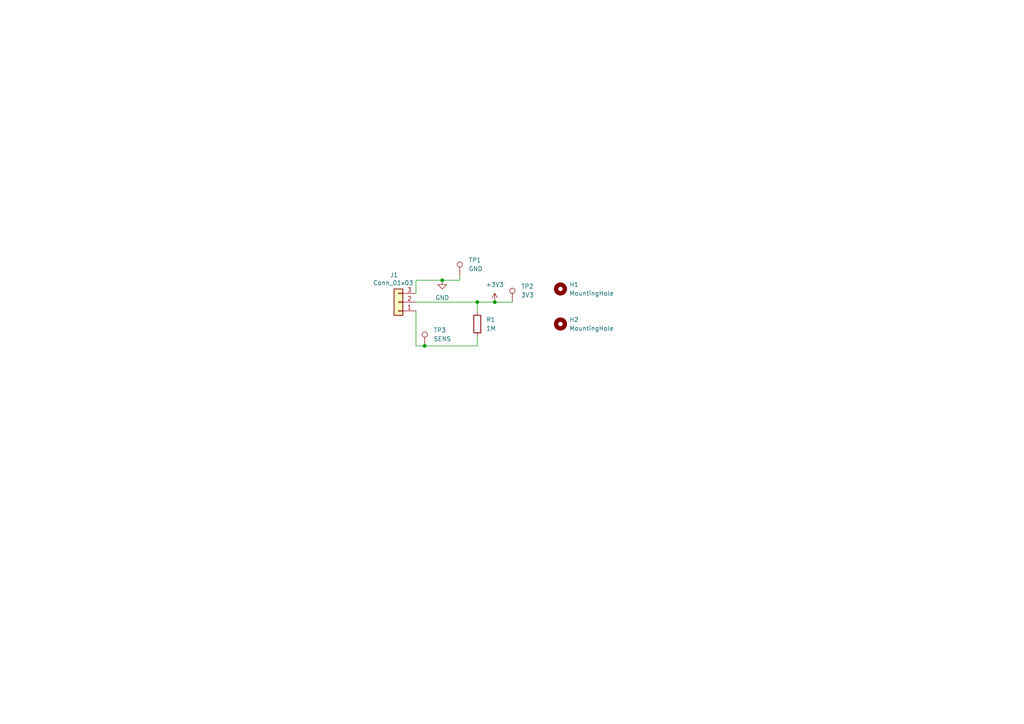
<source format=kicad_sch>
(kicad_sch (version 20250114) (generator "eeschema") (generator_version "9.0")
  (paper "A4")
  (lib_symbols
    (symbol "Connector:TestPoint" (pin_numbers (hide yes)) (pin_names (offset 0.762) (hide yes))
      (property "Reference" "TP" (at 0 6.858 0))
      (property "Value" "TestPoint" (at 0 5.08 0))
      (symbol "TestPoint_0_1"
        (circle (center 0 3.302) (radius 0.762))
      )
      (symbol "TestPoint_1_1"
        (pin passive line (at 0 0 90) (length 2.54) (name "1") (number "1"))
      )
    )
    (symbol "Connector_Generic:Conn_01x03" (pin_names (offset 1.016) (hide yes))
      (property "Reference" "J" (at 0 5.08 0))
      (property "Value" "Conn_01x03" (at 0 -5.08 0))
      (symbol "Conn_01x03_1_1"
        (rectangle (start -1.27 3.81) (end 1.27 -3.81) (stroke (width 0.254)) (fill (type background)))
        (rectangle (start -1.27 2.667) (end 0 2.413) (stroke (width 0.1524)))
        (rectangle (start -1.27 0.127) (end 0 -0.127) (stroke (width 0.1524)))
        (rectangle (start -1.27 -2.413) (end 0 -2.667) (stroke (width 0.1524)))
        (pin passive line (at -5.08 2.54 0) (length 3.81) (name "Pin_1") (number "1"))
        (pin passive line (at -5.08 0 0) (length 3.81) (name "Pin_2") (number "2"))
        (pin passive line (at -5.08 -2.54 0) (length 3.81) (name "Pin_3") (number "3"))
      )
    )
    (symbol "Device:R" (pin_numbers (hide yes)) (pin_names (offset 0))
      (property "Reference" "R" (at 2.032 0 90))
      (property "Value" "R" (at 0 0 90))
      (symbol "R_0_1"
        (rectangle (start -1.016 -2.54) (end 1.016 2.54) (stroke (width 0.254)))
      )
      (symbol "R_1_1"
        (pin passive line (at 0 3.81 270) (length 1.27) (name "~") (number "1"))
        (pin passive line (at 0 -3.81 90) (length 1.27) (name "~") (number "2"))
      )
    )
    (symbol "Mechanical:MountingHole" (pin_names (offset 1.016)) (exclude_from_sim yes) (in_bom no)
      (property "Reference" "H" (at 0 5.08 0))
      (property "Value" "MountingHole" (at 0 3.175 0))
      (symbol "MountingHole_0_1"
        (circle (center 0 0) (radius 1.27) (stroke (width 1.27)))
      )
    )
    (symbol "power:+3V3" (power) (pin_numbers (hide yes)) (pin_names (offset 0) (hide yes))
      (property "Value" "+3V3" (at 0 3.556 0))
      (symbol "+3V3_0_1"
        (polyline (pts (xy -0.762 1.27) (xy 0 2.54)))
        (polyline (pts (xy 0 2.54) (xy 0.762 1.27)))
        (polyline (pts (xy 0 0) (xy 0 2.54)))
      )
      (symbol "+3V3_1_1"
        (pin power_in line (at 0 0 90) (length 0) (name "~") (number "1"))
      )
    )
    (symbol "power:GND" (power) (pin_numbers (hide yes)) (pin_names (offset 0) (hide yes))
      (property "Value" "GND" (at 0 -3.81 0))
      (symbol "GND_0_1"
        (polyline (pts (xy 0 0) (xy 0 -1.27) (xy 1.27 -1.27) (xy 0 -2.54) (xy -1.27 -1.27) (xy 0 -1.27)))
      )
      (symbol "GND_1_1"
        (pin power_in line (at 0 0 270) (length 0) (name "~") (number "1"))
      )
    )
  )
  (junction (at 138.43 87.63))
  (junction (at 123.19 100.33))
  (junction (at 128.27 81.28))
  (junction (at 143.51 87.63))
  (wire (pts (xy 120.65 81.28) (xy 120.65 85.09)))
  (wire (pts (xy 133.35 80.01) (xy 133.35 81.28)))
  (wire (pts (xy 120.65 100.33) (xy 123.19 100.33)))
  (wire (pts (xy 138.43 100.33) (xy 138.43 97.79)))
  (wire (pts (xy 138.43 87.63) (xy 143.51 87.63)))
  (wire (pts (xy 123.19 100.33) (xy 138.43 100.33)))
  (wire (pts (xy 120.65 87.63) (xy 138.43 87.63)))
  (wire (pts (xy 120.65 90.17) (xy 120.65 100.33)))
  (wire (pts (xy 120.65 81.28) (xy 128.27 81.28)))
  (wire (pts (xy 143.51 87.63) (xy 148.59 87.63)))
  (wire (pts (xy 128.27 81.28) (xy 133.35 81.28)))
  (wire (pts (xy 138.43 90.17) (xy 138.43 87.63)))
  (symbol (lib_id "Connector:TestPoint") (at 133.35 80.01 0) (unit 1)
    (property "Reference" "TP1" (at 135.89 75.4379 0) (effects (justify left)))
    (property "Value" "GND" (at 135.89 77.9779 0) (effects (justify left)))
    (property "Footprint" "TestPoint:TestPoint_Loop_D2.54mm_Drill1.5mm_Beaded" (effects (hide yes)))
    (property "Description" "test point" (effects (hide yes)))
  )
  (symbol (lib_id "Connector_Generic:Conn_01x03") (at 115.57 87.63 180) (unit 1)
    (property "Reference" "J1" (at 114.3 79.756 0))
    (property "Value" "Conn_01x03" (at 114.046 82.042 0))
    (property "Footprint" "Connector_Molex:Molex_Micro-Fit_3.0_43650-0315_1x03_P3.00mm_Vertical" (effects (hide yes)))
    (property "Description" "Generic connector, single row, 01x03, script generated (kicad-library-utils/schlib/autogen/connector/)" (effects (hide yes)))
  )
  (symbol (lib_id "Connector:TestPoint") (at 148.59 87.63 0) (unit 1)
    (property "Reference" "TP2" (at 151.13 83.0579 0) (effects (justify left)))
    (property "Value" "3V3" (at 151.13 85.5979 0) (effects (justify left)))
    (property "Footprint" "TestPoint:TestPoint_Loop_D2.54mm_Drill1.5mm_Beaded" (effects (hide yes)))
    (property "Description" "test point" (effects (hide yes)))
  )
  (symbol (lib_id "Connector:TestPoint") (at 123.19 100.33 0) (unit 1)
    (property "Reference" "TP3" (at 125.73 95.7579 0) (effects (justify left)))
    (property "Value" "SENS" (at 125.73 98.2979 0) (effects (justify left)))
    (property "Footprint" "TestPoint:TestPoint_Loop_D2.54mm_Drill1.5mm_Beaded" (effects (hide yes)))
    (property "Description" "test point" (effects (hide yes)))
  )
  (symbol (lib_id "power:GND") (at 128.27 81.28 0) (unit 1)
    (property "Reference" "#PWR01" (effects (hide yes)))
    (property "Value" "GND" (at 128.27 86.36 0))
    (property "Description" "Power symbol creates a global label with name \"GND\" , ground" (effects (hide yes)))
  )
  (symbol (lib_id "power:+3V3") (at 143.51 87.63 0) (unit 1)
    (property "Reference" "#PWR02" (effects (hide yes)))
    (property "Value" "+3V3" (at 143.51 82.55 0))
    (property "Description" "Power symbol creates a global label with name \"+3V3\"" (effects (hide yes)))
  )
  (symbol (lib_id "Device:R") (at 138.43 93.98 0) (unit 1)
    (property "Reference" "R1" (at 140.97 92.7099 0) (effects (justify left)))
    (property "Value" "1M" (at 140.97 95.2499 0) (effects (justify left)))
    (property "Footprint" "Resistor_SMD:R_0603_1608Metric_Pad0.98x0.95mm_HandSolder" (effects (hide yes)))
    (property "Description" "Resistor" (effects (hide yes)))
  )
  (symbol (lib_id "Mechanical:MountingHole") (at 162.56 83.82 0) (unit 1) (exclude_from_sim yes) (in_bom no)
    (property "Reference" "H1" (at 165.1 82.5499 0) (effects (justify left)))
    (property "Value" "MountingHole" (at 165.1 85.0899 0) (effects (justify left)))
    (property "Footprint" "MountingHole:MountingHole_3.2mm_M3" (effects (hide yes)))
    (property "Description" "Mounting Hole without connection" (effects (hide yes)))
  )
  (symbol (lib_id "Mechanical:MountingHole") (at 162.56 93.98 0) (unit 1) (exclude_from_sim yes) (in_bom no)
    (property "Reference" "H2" (at 165.1 92.7099 0) (effects (justify left)))
    (property "Value" "MountingHole" (at 165.1 95.2499 0) (effects (justify left)))
    (property "Footprint" "MountingHole:MountingHole_3.2mm_M3" (effects (hide yes)))
    (property "Description" "Mounting Hole without connection" (effects (hide yes)))
  )
)
</source>
